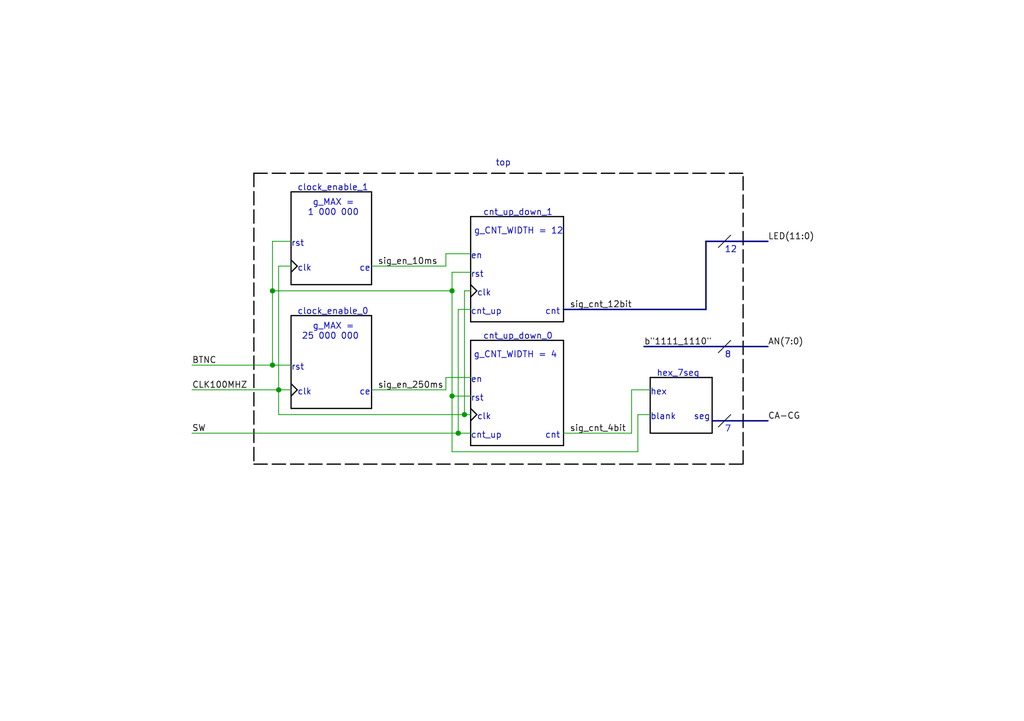
<source format=kicad_sch>
(kicad_sch (version 20211123) (generator eeschema)
  (paper "A5")
  (lib_symbols)
  (junction (at 93.98 88.9))
  (junction (at 92.71 59.69))
  (junction (at 57.15 80.01))
  (junction (at 55.88 74.93))
  (junction (at 55.88 59.69))
  (junction (at 95.25 85.09))
  (junction (at 92.71 81.28))
  (polyline (pts (xy 152.4 95.25) (xy 152.4 35.56)) (stroke (width 0.25) (type dash) (color 0 0 0 1)))
  (polyline (pts (xy 59.69 81.28) (xy 60.96 80.01)) (stroke (width 0.25) (type solid) (color 0 0 0 1)))
  (polyline (pts (xy 59.69 39.37) (xy 76.2 39.37)) (stroke (width 0.25) (type solid) (color 0 0 0 1)))
  (polyline (pts (xy 96.52 69.85) (xy 96.52 91.44)) (stroke (width 0.25) (type solid) (color 0 0 0 1)))
  (polyline (pts (xy 133.35 77.47) (xy 146.05 77.47)) (stroke (width 0.25) (type solid) (color 0 0 0 1)))
  (wire (pts (xy 95.25 59.69) (xy 95.25 85.09)))
  (bus (pts (xy 115.57 63.5) (xy 144.78 63.5)))
  (wire (pts (xy 91.44 77.47) (xy 91.44 80.01)))
  (polyline (pts (xy 147.32 72.39) (xy 149.86 69.85)) (stroke (width 0) (type solid) (color 0 0 0 1)))
  (polyline (pts (xy 133.35 77.47) (xy 133.35 88.9)) (stroke (width 0.25) (type solid) (color 0 0 0 1)))
  (polyline (pts (xy 115.57 66.04) (xy 115.57 44.45)) (stroke (width 0.25) (type solid) (color 0 0 0 1)))
  (wire (pts (xy 130.81 92.71) (xy 92.71 92.71)))
  (wire (pts (xy 55.88 49.53) (xy 55.88 59.69)))
  (polyline (pts (xy 146.05 88.9) (xy 146.05 77.47)) (stroke (width 0.25) (type solid) (color 0 0 0 1)))
  (polyline (pts (xy 96.52 44.45) (xy 115.57 44.45)) (stroke (width 0.25) (type solid) (color 0 0 0 1)))
  (wire (pts (xy 130.81 85.09) (xy 130.81 92.71)))
  (bus (pts (xy 132.08 71.12) (xy 157.48 71.12)))
  (polyline (pts (xy 52.07 35.56) (xy 52.07 95.25)) (stroke (width 0.25) (type dash) (color 0 0 0 1)))
  (polyline (pts (xy 59.69 53.34) (xy 60.96 54.61)) (stroke (width 0.25) (type solid) (color 0 0 0 1)))
  (wire (pts (xy 96.52 63.5) (xy 93.98 63.5)))
  (wire (pts (xy 55.88 59.69) (xy 55.88 74.93)))
  (wire (pts (xy 96.52 77.47) (xy 91.44 77.47)))
  (polyline (pts (xy 52.07 95.25) (xy 152.4 95.25)) (stroke (width 0.25) (type dash) (color 0 0 0 1)))
  (wire (pts (xy 91.44 52.07) (xy 91.44 54.61)))
  (wire (pts (xy 133.35 85.09) (xy 130.81 85.09)))
  (polyline (pts (xy 96.52 86.36) (xy 97.79 85.09)) (stroke (width 0.25) (type solid) (color 0 0 0 1)))
  (wire (pts (xy 96.52 81.28) (xy 92.71 81.28)))
  (polyline (pts (xy 76.2 58.42) (xy 76.2 39.37)) (stroke (width 0.25) (type solid) (color 0 0 0 1)))
  (polyline (pts (xy 76.2 83.82) (xy 76.2 64.77)) (stroke (width 0.25) (type solid) (color 0 0 0 1)))
  (wire (pts (xy 39.37 80.01) (xy 57.15 80.01)))
  (wire (pts (xy 92.71 81.28) (xy 92.71 59.69)))
  (polyline (pts (xy 96.52 83.82) (xy 97.79 85.09)) (stroke (width 0.25) (type solid) (color 0 0 0 1)))
  (wire (pts (xy 59.69 54.61) (xy 57.15 54.61)))
  (wire (pts (xy 92.71 55.88) (xy 92.71 59.69)))
  (wire (pts (xy 57.15 85.09) (xy 95.25 85.09)))
  (wire (pts (xy 95.25 85.09) (xy 96.52 85.09)))
  (wire (pts (xy 39.37 88.9) (xy 93.98 88.9)))
  (polyline (pts (xy 96.52 66.04) (xy 115.57 66.04)) (stroke (width 0.25) (type solid) (color 0 0 0 1)))
  (polyline (pts (xy 96.52 58.42) (xy 97.79 59.69)) (stroke (width 0.25) (type solid) (color 0 0 0 1)))
  (polyline (pts (xy 147.32 50.8) (xy 149.86 48.26)) (stroke (width 0) (type solid) (color 0 0 0 1)))
  (bus (pts (xy 146.05 86.36) (xy 157.48 86.36)))
  (polyline (pts (xy 133.35 88.9) (xy 146.05 88.9)) (stroke (width 0.25) (type solid) (color 0 0 0 1)))
  (wire (pts (xy 93.98 63.5) (xy 93.98 88.9)))
  (polyline (pts (xy 59.69 83.82) (xy 76.2 83.82)) (stroke (width 0.25) (type solid) (color 0 0 0 1)))
  (polyline (pts (xy 59.69 55.88) (xy 60.96 54.61)) (stroke (width 0.25) (type solid) (color 0 0 0 1)))
  (wire (pts (xy 39.37 74.93) (xy 55.88 74.93)))
  (wire (pts (xy 57.15 80.01) (xy 59.69 80.01)))
  (polyline (pts (xy 147.32 87.63) (xy 149.86 85.09)) (stroke (width 0) (type solid) (color 0 0 0 1)))
  (wire (pts (xy 57.15 80.01) (xy 57.15 85.09)))
  (polyline (pts (xy 96.52 60.96) (xy 97.79 59.69)) (stroke (width 0.25) (type solid) (color 0 0 0 1)))
  (bus (pts (xy 144.78 49.53) (xy 157.48 49.53)))
  (wire (pts (xy 96.52 52.07) (xy 91.44 52.07)))
  (wire (pts (xy 93.98 88.9) (xy 96.52 88.9)))
  (polyline (pts (xy 96.52 69.85) (xy 115.57 69.85)) (stroke (width 0.25) (type solid) (color 0 0 0 1)))
  (polyline (pts (xy 59.69 64.77) (xy 59.69 83.82)) (stroke (width 0.25) (type solid) (color 0 0 0 1)))
  (polyline (pts (xy 59.69 58.42) (xy 76.2 58.42)) (stroke (width 0.25) (type solid) (color 0 0 0 1)))
  (wire (pts (xy 55.88 59.69) (xy 92.71 59.69)))
  (wire (pts (xy 129.54 88.9) (xy 129.54 80.01)))
  (wire (pts (xy 96.52 59.69) (xy 95.25 59.69)))
  (polyline (pts (xy 96.52 91.44) (xy 115.57 91.44)) (stroke (width 0.25) (type solid) (color 0 0 0 1)))
  (polyline (pts (xy 59.69 78.74) (xy 60.96 80.01)) (stroke (width 0.25) (type solid) (color 0 0 0 1)))
  (polyline (pts (xy 59.69 39.37) (xy 59.69 58.42)) (stroke (width 0.25) (type solid) (color 0 0 0 1)))
  (wire (pts (xy 76.2 54.61) (xy 91.44 54.61)))
  (wire (pts (xy 59.69 49.53) (xy 55.88 49.53)))
  (polyline (pts (xy 96.52 44.45) (xy 96.52 66.04)) (stroke (width 0.25) (type solid) (color 0 0 0 1)))
  (wire (pts (xy 57.15 54.61) (xy 57.15 80.01)))
  (wire (pts (xy 115.57 88.9) (xy 129.54 88.9)))
  (bus (pts (xy 144.78 49.53) (xy 144.78 63.5)))
  (polyline (pts (xy 59.69 64.77) (xy 76.2 64.77)) (stroke (width 0.25) (type solid) (color 0 0 0 1)))
  (wire (pts (xy 59.69 74.93) (xy 55.88 74.93)))
  (wire (pts (xy 76.2 80.01) (xy 91.44 80.01)))
  (wire (pts (xy 129.54 80.01) (xy 133.35 80.01)))
  (wire (pts (xy 96.52 55.88) (xy 92.71 55.88)))
  (polyline (pts (xy 115.57 91.44) (xy 115.57 69.85)) (stroke (width 0.25) (type solid) (color 0 0 0 1)))
  (wire (pts (xy 92.71 81.28) (xy 92.71 92.71)))
  (polyline (pts (xy 52.07 35.56) (xy 152.4 35.56)) (stroke (width 0.25) (type dash) (color 0 0 0 1)))
  (text "hex_7seg" (at 134.62 77.47 0) (effects (font (size 1.27 1.27)) (justify left bottom)))
  (text "en" (at 96.52 78.74 0) (effects (font (size 1.27 1.27)) (justify left bottom)))
  (text "top" (at 101.6 34.29 0) (effects (font (size 1.27 1.27)) (justify left bottom)))
  (text "cnt_up_down_0" (at 99.06 69.85 0) (effects (font (size 1.27 1.27)) (justify left bottom)))
  (text "g_MAX = \n25 000 000" (at 73.66 69.85 180) (effects (font (size 1.27 1.27)) (justify right bottom)))
  (text "clk" (at 97.79 60.96 0) (effects (font (size 1.27 1.27)) (justify left bottom)))
  (text "hex" (at 133.35 81.28 0) (effects (font (size 1.27 1.27)) (justify left bottom)))
  (text "cnt" (at 111.76 64.77 0) (effects (font (size 1.27 1.27)) (justify left bottom)))
  (text "rst" (at 59.69 76.2 0) (effects (font (size 1.27 1.27)) (justify left bottom)))
  (text "rst" (at 96.52 57.15 0) (effects (font (size 1.27 1.27)) (justify left bottom)))
  (text "cnt_up" (at 96.52 90.17 0) (effects (font (size 1.27 1.27)) (justify left bottom)))
  (text "cnt_up_down_1" (at 99.06 44.45 0) (effects (font (size 1.27 1.27)) (justify left bottom)))
  (text "cnt_up" (at 96.52 64.77 0) (effects (font (size 1.27 1.27)) (justify left bottom)))
  (text "clk" (at 97.79 86.36 0) (effects (font (size 1.27 1.27)) (justify left bottom)))
  (text "12" (at 148.59 52.07 0) (effects (font (size 1.27 1.27)) (justify left bottom)))
  (text "en" (at 96.52 53.34 0) (effects (font (size 1.27 1.27)) (justify left bottom)))
  (text "blank" (at 133.35 86.36 0) (effects (font (size 1.27 1.27)) (justify left bottom)))
  (text "cnt" (at 111.76 90.17 0) (effects (font (size 1.27 1.27)) (justify left bottom)))
  (text "g_CNT_WIDTH = 12" (at 115.57 48.26 180) (effects (font (size 1.27 1.27)) (justify right bottom)))
  (text "clock_enable_1" (at 60.96 39.37 0) (effects (font (size 1.27 1.27)) (justify left bottom)))
  (text "clock_enable_0" (at 60.96 64.77 0) (effects (font (size 1.27 1.27)) (justify left bottom)))
  (text "ce\n" (at 73.66 55.88 0) (effects (font (size 1.27 1.27)) (justify left bottom)))
  (text "seg" (at 142.24 86.36 0) (effects (font (size 1.27 1.27)) (justify left bottom)))
  (text "g_MAX = \n1 000 000" (at 73.66 44.45 180) (effects (font (size 1.27 1.27)) (justify right bottom)))
  (text "ce\n" (at 73.66 81.28 0) (effects (font (size 1.27 1.27)) (justify left bottom)))
  (text "7" (at 148.59 88.9 0) (effects (font (size 1.27 1.27)) (justify left bottom)))
  (text "clk" (at 60.96 55.88 0) (effects (font (size 1.27 1.27)) (justify left bottom)))
  (text "g_CNT_WIDTH = 4" (at 114.3 73.66 180) (effects (font (size 1.27 1.27)) (justify right bottom)))
  (text "rst" (at 96.52 82.55 0) (effects (font (size 1.27 1.27)) (justify left bottom)))
  (text "clk" (at 60.96 81.28 0) (effects (font (size 1.27 1.27)) (justify left bottom)))
  (text "8" (at 148.59 73.66 0) (effects (font (size 1.27 1.27)) (justify left bottom)))
  (text "rst" (at 59.69 50.8 0) (effects (font (size 1.27 1.27)) (justify left bottom)))
  (label "CA-CG" (at 157.48 86.36 0))
  (label "sig_cnt_12bit" (at 116.84 63.5 0))
  (label "sig_cnt_4bit" (at 116.84 88.9 0))
  (label "sig_en_250ms" (at 77.47 80.01 0))
  (label "b\"1111_1110\"" (at 132.08 71.12 0))
  (label "BTNC" (at 39.37 74.93 0))
  (label "sig_en_10ms" (at 77.47 54.61 0))
  (label "CLK100MHZ" (at 39.37 80.01 0))
  (label "AN(7:0)" (at 157.48 71.12 0))
  (label "SW" (at 39.37 88.9 0))
  (label "LED(11:0)" (at 157.48 49.53 0))
)
</source>
